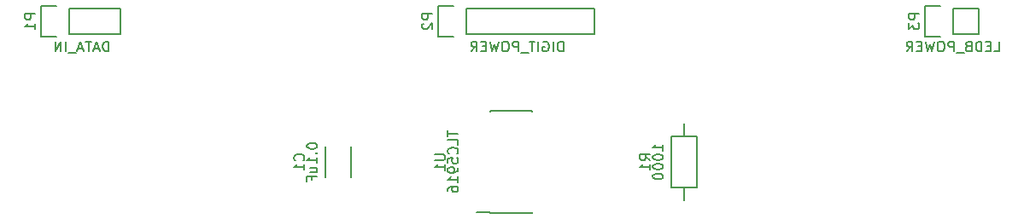
<source format=gbo>
G04 #@! TF.FileFunction,Legend,Bot*
%FSLAX46Y46*%
G04 Gerber Fmt 4.6, Leading zero omitted, Abs format (unit mm)*
G04 Created by KiCad (PCBNEW (2015-07-22 BZR 5980)-product) date Thursday, August 27, 2015 'AMt' 07:54:42 AM*
%MOMM*%
G01*
G04 APERTURE LIST*
%ADD10C,0.100000*%
%ADD11C,0.150000*%
G04 APERTURE END LIST*
D10*
D11*
X113050000Y-106430000D02*
X113050000Y-109430000D01*
X115550000Y-109430000D02*
X115550000Y-106430000D01*
X87630000Y-92710000D02*
X92710000Y-92710000D01*
X92710000Y-92710000D02*
X92710000Y-95250000D01*
X92710000Y-95250000D02*
X87630000Y-95250000D01*
X84810000Y-95530000D02*
X86360000Y-95530000D01*
X87630000Y-95250000D02*
X87630000Y-92710000D01*
X86360000Y-92430000D02*
X84810000Y-92430000D01*
X84810000Y-92430000D02*
X84810000Y-95530000D01*
X127000000Y-95250000D02*
X139700000Y-95250000D01*
X139700000Y-95250000D02*
X139700000Y-92710000D01*
X139700000Y-92710000D02*
X127000000Y-92710000D01*
X124180000Y-95530000D02*
X125730000Y-95530000D01*
X127000000Y-95250000D02*
X127000000Y-92710000D01*
X125730000Y-92430000D02*
X124180000Y-92430000D01*
X124180000Y-92430000D02*
X124180000Y-95530000D01*
X175260000Y-95250000D02*
X177800000Y-95250000D01*
X172440000Y-95530000D02*
X173990000Y-95530000D01*
X175260000Y-95250000D02*
X175260000Y-92710000D01*
X173990000Y-92430000D02*
X172440000Y-92430000D01*
X172440000Y-92430000D02*
X172440000Y-95530000D01*
X175260000Y-92710000D02*
X177800000Y-92710000D01*
X177800000Y-92710000D02*
X177800000Y-95250000D01*
X147320000Y-105410000D02*
X147320000Y-110490000D01*
X147320000Y-110490000D02*
X149860000Y-110490000D01*
X149860000Y-110490000D02*
X149860000Y-105410000D01*
X149860000Y-105410000D02*
X147320000Y-105410000D01*
X148590000Y-105410000D02*
X148590000Y-104140000D01*
X148590000Y-110490000D02*
X148590000Y-111760000D01*
X129370000Y-113025000D02*
X129370000Y-112920000D01*
X133520000Y-113025000D02*
X133520000Y-112920000D01*
X133520000Y-102875000D02*
X133520000Y-102980000D01*
X129370000Y-102875000D02*
X129370000Y-102980000D01*
X129370000Y-113025000D02*
X133520000Y-113025000D01*
X129370000Y-102875000D02*
X133520000Y-102875000D01*
X129370000Y-112920000D02*
X127995000Y-112920000D01*
X110847143Y-107783334D02*
X110894762Y-107735715D01*
X110942381Y-107592858D01*
X110942381Y-107497620D01*
X110894762Y-107354762D01*
X110799524Y-107259524D01*
X110704286Y-107211905D01*
X110513810Y-107164286D01*
X110370952Y-107164286D01*
X110180476Y-107211905D01*
X110085238Y-107259524D01*
X109990000Y-107354762D01*
X109942381Y-107497620D01*
X109942381Y-107592858D01*
X109990000Y-107735715D01*
X110037619Y-107783334D01*
X110942381Y-108735715D02*
X110942381Y-108164286D01*
X110942381Y-108450000D02*
X109942381Y-108450000D01*
X110085238Y-108354762D01*
X110180476Y-108259524D01*
X110228095Y-108164286D01*
X111212381Y-106307143D02*
X111212381Y-106402382D01*
X111260000Y-106497620D01*
X111307619Y-106545239D01*
X111402857Y-106592858D01*
X111593333Y-106640477D01*
X111831429Y-106640477D01*
X112021905Y-106592858D01*
X112117143Y-106545239D01*
X112164762Y-106497620D01*
X112212381Y-106402382D01*
X112212381Y-106307143D01*
X112164762Y-106211905D01*
X112117143Y-106164286D01*
X112021905Y-106116667D01*
X111831429Y-106069048D01*
X111593333Y-106069048D01*
X111402857Y-106116667D01*
X111307619Y-106164286D01*
X111260000Y-106211905D01*
X111212381Y-106307143D01*
X112117143Y-107069048D02*
X112164762Y-107116667D01*
X112212381Y-107069048D01*
X112164762Y-107021429D01*
X112117143Y-107069048D01*
X112212381Y-107069048D01*
X112212381Y-108069048D02*
X112212381Y-107497619D01*
X112212381Y-107783333D02*
X111212381Y-107783333D01*
X111355238Y-107688095D01*
X111450476Y-107592857D01*
X111498095Y-107497619D01*
X111545714Y-108926191D02*
X112212381Y-108926191D01*
X111545714Y-108497619D02*
X112069524Y-108497619D01*
X112164762Y-108545238D01*
X112212381Y-108640476D01*
X112212381Y-108783334D01*
X112164762Y-108878572D01*
X112117143Y-108926191D01*
X111688571Y-109735715D02*
X111688571Y-109402381D01*
X112212381Y-109402381D02*
X111212381Y-109402381D01*
X111212381Y-109878572D01*
X84272381Y-93241905D02*
X83272381Y-93241905D01*
X83272381Y-93622858D01*
X83320000Y-93718096D01*
X83367619Y-93765715D01*
X83462857Y-93813334D01*
X83605714Y-93813334D01*
X83700952Y-93765715D01*
X83748571Y-93718096D01*
X83796190Y-93622858D01*
X83796190Y-93241905D01*
X84272381Y-94765715D02*
X84272381Y-94194286D01*
X84272381Y-94480000D02*
X83272381Y-94480000D01*
X83415238Y-94384762D01*
X83510476Y-94289524D01*
X83558095Y-94194286D01*
X91542857Y-96972381D02*
X91542857Y-95972381D01*
X91304762Y-95972381D01*
X91161904Y-96020000D01*
X91066666Y-96115238D01*
X91019047Y-96210476D01*
X90971428Y-96400952D01*
X90971428Y-96543810D01*
X91019047Y-96734286D01*
X91066666Y-96829524D01*
X91161904Y-96924762D01*
X91304762Y-96972381D01*
X91542857Y-96972381D01*
X90590476Y-96686667D02*
X90114285Y-96686667D01*
X90685714Y-96972381D02*
X90352381Y-95972381D01*
X90019047Y-96972381D01*
X89828571Y-95972381D02*
X89257142Y-95972381D01*
X89542857Y-96972381D02*
X89542857Y-95972381D01*
X88971428Y-96686667D02*
X88495237Y-96686667D01*
X89066666Y-96972381D02*
X88733333Y-95972381D01*
X88399999Y-96972381D01*
X88304761Y-97067619D02*
X87542856Y-97067619D01*
X87304761Y-96972381D02*
X87304761Y-95972381D01*
X86828571Y-96972381D02*
X86828571Y-95972381D01*
X86257142Y-96972381D01*
X86257142Y-95972381D01*
X123642381Y-93241905D02*
X122642381Y-93241905D01*
X122642381Y-93622858D01*
X122690000Y-93718096D01*
X122737619Y-93765715D01*
X122832857Y-93813334D01*
X122975714Y-93813334D01*
X123070952Y-93765715D01*
X123118571Y-93718096D01*
X123166190Y-93622858D01*
X123166190Y-93241905D01*
X122737619Y-94194286D02*
X122690000Y-94241905D01*
X122642381Y-94337143D01*
X122642381Y-94575239D01*
X122690000Y-94670477D01*
X122737619Y-94718096D01*
X122832857Y-94765715D01*
X122928095Y-94765715D01*
X123070952Y-94718096D01*
X123642381Y-94146667D01*
X123642381Y-94765715D01*
X136627619Y-96972381D02*
X136627619Y-95972381D01*
X136389524Y-95972381D01*
X136246666Y-96020000D01*
X136151428Y-96115238D01*
X136103809Y-96210476D01*
X136056190Y-96400952D01*
X136056190Y-96543810D01*
X136103809Y-96734286D01*
X136151428Y-96829524D01*
X136246666Y-96924762D01*
X136389524Y-96972381D01*
X136627619Y-96972381D01*
X135627619Y-96972381D02*
X135627619Y-95972381D01*
X134627619Y-96020000D02*
X134722857Y-95972381D01*
X134865714Y-95972381D01*
X135008572Y-96020000D01*
X135103810Y-96115238D01*
X135151429Y-96210476D01*
X135199048Y-96400952D01*
X135199048Y-96543810D01*
X135151429Y-96734286D01*
X135103810Y-96829524D01*
X135008572Y-96924762D01*
X134865714Y-96972381D01*
X134770476Y-96972381D01*
X134627619Y-96924762D01*
X134580000Y-96877143D01*
X134580000Y-96543810D01*
X134770476Y-96543810D01*
X134151429Y-96972381D02*
X134151429Y-95972381D01*
X133818096Y-95972381D02*
X133246667Y-95972381D01*
X133532382Y-96972381D02*
X133532382Y-95972381D01*
X133151429Y-97067619D02*
X132389524Y-97067619D01*
X132151429Y-96972381D02*
X132151429Y-95972381D01*
X131770476Y-95972381D01*
X131675238Y-96020000D01*
X131627619Y-96067619D01*
X131580000Y-96162857D01*
X131580000Y-96305714D01*
X131627619Y-96400952D01*
X131675238Y-96448571D01*
X131770476Y-96496190D01*
X132151429Y-96496190D01*
X130960953Y-95972381D02*
X130770476Y-95972381D01*
X130675238Y-96020000D01*
X130580000Y-96115238D01*
X130532381Y-96305714D01*
X130532381Y-96639048D01*
X130580000Y-96829524D01*
X130675238Y-96924762D01*
X130770476Y-96972381D01*
X130960953Y-96972381D01*
X131056191Y-96924762D01*
X131151429Y-96829524D01*
X131199048Y-96639048D01*
X131199048Y-96305714D01*
X131151429Y-96115238D01*
X131056191Y-96020000D01*
X130960953Y-95972381D01*
X130199048Y-95972381D02*
X129960953Y-96972381D01*
X129770476Y-96258095D01*
X129580000Y-96972381D01*
X129341905Y-95972381D01*
X128960953Y-96448571D02*
X128627619Y-96448571D01*
X128484762Y-96972381D02*
X128960953Y-96972381D01*
X128960953Y-95972381D01*
X128484762Y-95972381D01*
X127484762Y-96972381D02*
X127818096Y-96496190D01*
X128056191Y-96972381D02*
X128056191Y-95972381D01*
X127675238Y-95972381D01*
X127580000Y-96020000D01*
X127532381Y-96067619D01*
X127484762Y-96162857D01*
X127484762Y-96305714D01*
X127532381Y-96400952D01*
X127580000Y-96448571D01*
X127675238Y-96496190D01*
X128056191Y-96496190D01*
X171902381Y-93241905D02*
X170902381Y-93241905D01*
X170902381Y-93622858D01*
X170950000Y-93718096D01*
X170997619Y-93765715D01*
X171092857Y-93813334D01*
X171235714Y-93813334D01*
X171330952Y-93765715D01*
X171378571Y-93718096D01*
X171426190Y-93622858D01*
X171426190Y-93241905D01*
X170902381Y-94146667D02*
X170902381Y-94765715D01*
X171283333Y-94432381D01*
X171283333Y-94575239D01*
X171330952Y-94670477D01*
X171378571Y-94718096D01*
X171473810Y-94765715D01*
X171711905Y-94765715D01*
X171807143Y-94718096D01*
X171854762Y-94670477D01*
X171902381Y-94575239D01*
X171902381Y-94289524D01*
X171854762Y-94194286D01*
X171807143Y-94146667D01*
X179331428Y-96972381D02*
X179807619Y-96972381D01*
X179807619Y-95972381D01*
X178998095Y-96448571D02*
X178664761Y-96448571D01*
X178521904Y-96972381D02*
X178998095Y-96972381D01*
X178998095Y-95972381D01*
X178521904Y-95972381D01*
X178093333Y-96972381D02*
X178093333Y-95972381D01*
X177855238Y-95972381D01*
X177712380Y-96020000D01*
X177617142Y-96115238D01*
X177569523Y-96210476D01*
X177521904Y-96400952D01*
X177521904Y-96543810D01*
X177569523Y-96734286D01*
X177617142Y-96829524D01*
X177712380Y-96924762D01*
X177855238Y-96972381D01*
X178093333Y-96972381D01*
X176759999Y-96448571D02*
X176617142Y-96496190D01*
X176569523Y-96543810D01*
X176521904Y-96639048D01*
X176521904Y-96781905D01*
X176569523Y-96877143D01*
X176617142Y-96924762D01*
X176712380Y-96972381D01*
X177093333Y-96972381D01*
X177093333Y-95972381D01*
X176759999Y-95972381D01*
X176664761Y-96020000D01*
X176617142Y-96067619D01*
X176569523Y-96162857D01*
X176569523Y-96258095D01*
X176617142Y-96353333D01*
X176664761Y-96400952D01*
X176759999Y-96448571D01*
X177093333Y-96448571D01*
X176331428Y-97067619D02*
X175569523Y-97067619D01*
X175331428Y-96972381D02*
X175331428Y-95972381D01*
X174950475Y-95972381D01*
X174855237Y-96020000D01*
X174807618Y-96067619D01*
X174759999Y-96162857D01*
X174759999Y-96305714D01*
X174807618Y-96400952D01*
X174855237Y-96448571D01*
X174950475Y-96496190D01*
X175331428Y-96496190D01*
X174140952Y-95972381D02*
X173950475Y-95972381D01*
X173855237Y-96020000D01*
X173759999Y-96115238D01*
X173712380Y-96305714D01*
X173712380Y-96639048D01*
X173759999Y-96829524D01*
X173855237Y-96924762D01*
X173950475Y-96972381D01*
X174140952Y-96972381D01*
X174236190Y-96924762D01*
X174331428Y-96829524D01*
X174379047Y-96639048D01*
X174379047Y-96305714D01*
X174331428Y-96115238D01*
X174236190Y-96020000D01*
X174140952Y-95972381D01*
X173379047Y-95972381D02*
X173140952Y-96972381D01*
X172950475Y-96258095D01*
X172759999Y-96972381D01*
X172521904Y-95972381D01*
X172140952Y-96448571D02*
X171807618Y-96448571D01*
X171664761Y-96972381D02*
X172140952Y-96972381D01*
X172140952Y-95972381D01*
X171664761Y-95972381D01*
X170664761Y-96972381D02*
X170998095Y-96496190D01*
X171236190Y-96972381D02*
X171236190Y-95972381D01*
X170855237Y-95972381D01*
X170759999Y-96020000D01*
X170712380Y-96067619D01*
X170664761Y-96162857D01*
X170664761Y-96305714D01*
X170712380Y-96400952D01*
X170759999Y-96448571D01*
X170855237Y-96496190D01*
X171236190Y-96496190D01*
X145232381Y-107783334D02*
X144756190Y-107450000D01*
X145232381Y-107211905D02*
X144232381Y-107211905D01*
X144232381Y-107592858D01*
X144280000Y-107688096D01*
X144327619Y-107735715D01*
X144422857Y-107783334D01*
X144565714Y-107783334D01*
X144660952Y-107735715D01*
X144708571Y-107688096D01*
X144756190Y-107592858D01*
X144756190Y-107211905D01*
X145232381Y-108735715D02*
X145232381Y-108164286D01*
X145232381Y-108450000D02*
X144232381Y-108450000D01*
X144375238Y-108354762D01*
X144470476Y-108259524D01*
X144518095Y-108164286D01*
X146502381Y-106807143D02*
X146502381Y-106235714D01*
X146502381Y-106521428D02*
X145502381Y-106521428D01*
X145645238Y-106426190D01*
X145740476Y-106330952D01*
X145788095Y-106235714D01*
X145502381Y-107426190D02*
X145502381Y-107521429D01*
X145550000Y-107616667D01*
X145597619Y-107664286D01*
X145692857Y-107711905D01*
X145883333Y-107759524D01*
X146121429Y-107759524D01*
X146311905Y-107711905D01*
X146407143Y-107664286D01*
X146454762Y-107616667D01*
X146502381Y-107521429D01*
X146502381Y-107426190D01*
X146454762Y-107330952D01*
X146407143Y-107283333D01*
X146311905Y-107235714D01*
X146121429Y-107188095D01*
X145883333Y-107188095D01*
X145692857Y-107235714D01*
X145597619Y-107283333D01*
X145550000Y-107330952D01*
X145502381Y-107426190D01*
X145502381Y-108378571D02*
X145502381Y-108473810D01*
X145550000Y-108569048D01*
X145597619Y-108616667D01*
X145692857Y-108664286D01*
X145883333Y-108711905D01*
X146121429Y-108711905D01*
X146311905Y-108664286D01*
X146407143Y-108616667D01*
X146454762Y-108569048D01*
X146502381Y-108473810D01*
X146502381Y-108378571D01*
X146454762Y-108283333D01*
X146407143Y-108235714D01*
X146311905Y-108188095D01*
X146121429Y-108140476D01*
X145883333Y-108140476D01*
X145692857Y-108188095D01*
X145597619Y-108235714D01*
X145550000Y-108283333D01*
X145502381Y-108378571D01*
X145502381Y-109330952D02*
X145502381Y-109426191D01*
X145550000Y-109521429D01*
X145597619Y-109569048D01*
X145692857Y-109616667D01*
X145883333Y-109664286D01*
X146121429Y-109664286D01*
X146311905Y-109616667D01*
X146407143Y-109569048D01*
X146454762Y-109521429D01*
X146502381Y-109426191D01*
X146502381Y-109330952D01*
X146454762Y-109235714D01*
X146407143Y-109188095D01*
X146311905Y-109140476D01*
X146121429Y-109092857D01*
X145883333Y-109092857D01*
X145692857Y-109140476D01*
X145597619Y-109188095D01*
X145550000Y-109235714D01*
X145502381Y-109330952D01*
X123912381Y-107188095D02*
X124721905Y-107188095D01*
X124817143Y-107235714D01*
X124864762Y-107283333D01*
X124912381Y-107378571D01*
X124912381Y-107569048D01*
X124864762Y-107664286D01*
X124817143Y-107711905D01*
X124721905Y-107759524D01*
X123912381Y-107759524D01*
X124912381Y-108759524D02*
X124912381Y-108188095D01*
X124912381Y-108473809D02*
X123912381Y-108473809D01*
X124055238Y-108378571D01*
X124150476Y-108283333D01*
X124198095Y-108188095D01*
X125182381Y-104854762D02*
X125182381Y-105426191D01*
X126182381Y-105140476D02*
X125182381Y-105140476D01*
X126182381Y-106235715D02*
X126182381Y-105759524D01*
X125182381Y-105759524D01*
X126087143Y-107140477D02*
X126134762Y-107092858D01*
X126182381Y-106950001D01*
X126182381Y-106854763D01*
X126134762Y-106711905D01*
X126039524Y-106616667D01*
X125944286Y-106569048D01*
X125753810Y-106521429D01*
X125610952Y-106521429D01*
X125420476Y-106569048D01*
X125325238Y-106616667D01*
X125230000Y-106711905D01*
X125182381Y-106854763D01*
X125182381Y-106950001D01*
X125230000Y-107092858D01*
X125277619Y-107140477D01*
X125182381Y-108045239D02*
X125182381Y-107569048D01*
X125658571Y-107521429D01*
X125610952Y-107569048D01*
X125563333Y-107664286D01*
X125563333Y-107902382D01*
X125610952Y-107997620D01*
X125658571Y-108045239D01*
X125753810Y-108092858D01*
X125991905Y-108092858D01*
X126087143Y-108045239D01*
X126134762Y-107997620D01*
X126182381Y-107902382D01*
X126182381Y-107664286D01*
X126134762Y-107569048D01*
X126087143Y-107521429D01*
X126182381Y-108569048D02*
X126182381Y-108759524D01*
X126134762Y-108854763D01*
X126087143Y-108902382D01*
X125944286Y-108997620D01*
X125753810Y-109045239D01*
X125372857Y-109045239D01*
X125277619Y-108997620D01*
X125230000Y-108950001D01*
X125182381Y-108854763D01*
X125182381Y-108664286D01*
X125230000Y-108569048D01*
X125277619Y-108521429D01*
X125372857Y-108473810D01*
X125610952Y-108473810D01*
X125706190Y-108521429D01*
X125753810Y-108569048D01*
X125801429Y-108664286D01*
X125801429Y-108854763D01*
X125753810Y-108950001D01*
X125706190Y-108997620D01*
X125610952Y-109045239D01*
X126182381Y-109997620D02*
X126182381Y-109426191D01*
X126182381Y-109711905D02*
X125182381Y-109711905D01*
X125325238Y-109616667D01*
X125420476Y-109521429D01*
X125468095Y-109426191D01*
X125182381Y-110854763D02*
X125182381Y-110664286D01*
X125230000Y-110569048D01*
X125277619Y-110521429D01*
X125420476Y-110426191D01*
X125610952Y-110378572D01*
X125991905Y-110378572D01*
X126087143Y-110426191D01*
X126134762Y-110473810D01*
X126182381Y-110569048D01*
X126182381Y-110759525D01*
X126134762Y-110854763D01*
X126087143Y-110902382D01*
X125991905Y-110950001D01*
X125753810Y-110950001D01*
X125658571Y-110902382D01*
X125610952Y-110854763D01*
X125563333Y-110759525D01*
X125563333Y-110569048D01*
X125610952Y-110473810D01*
X125658571Y-110426191D01*
X125753810Y-110378572D01*
M02*

</source>
